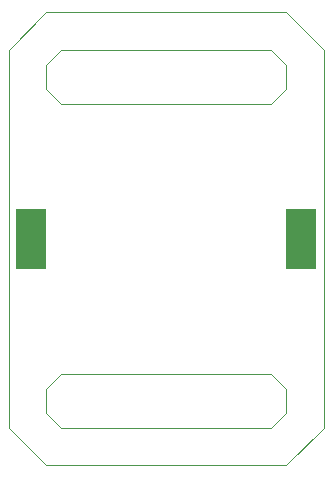
<source format=gbp>
G75*
%MOIN*%
%OFA0B0*%
%FSLAX24Y24*%
%IPPOS*%
%LPD*%
%AMOC8*
5,1,8,0,0,1.08239X$1,22.5*
%
%ADD10C,0.0040*%
%ADD11R,0.1000X0.2000*%
D10*
X001440Y000190D02*
X000190Y001440D01*
X000190Y014040D01*
X001440Y015290D01*
X009440Y015290D01*
X010690Y014040D01*
X010690Y001440D01*
X009440Y000190D01*
X001440Y000190D01*
X001940Y001440D02*
X001440Y001940D01*
X001440Y002740D01*
X001940Y003240D01*
X008940Y003240D01*
X009440Y002740D01*
X009440Y001940D01*
X008940Y001440D01*
X001940Y001440D01*
X001940Y012240D02*
X001440Y012740D01*
X001440Y013540D01*
X001940Y014040D01*
X008940Y014040D01*
X009440Y013540D01*
X009440Y012740D01*
X008940Y012240D01*
X001940Y012240D01*
D11*
X000940Y007740D03*
X009940Y007740D03*
M02*

</source>
